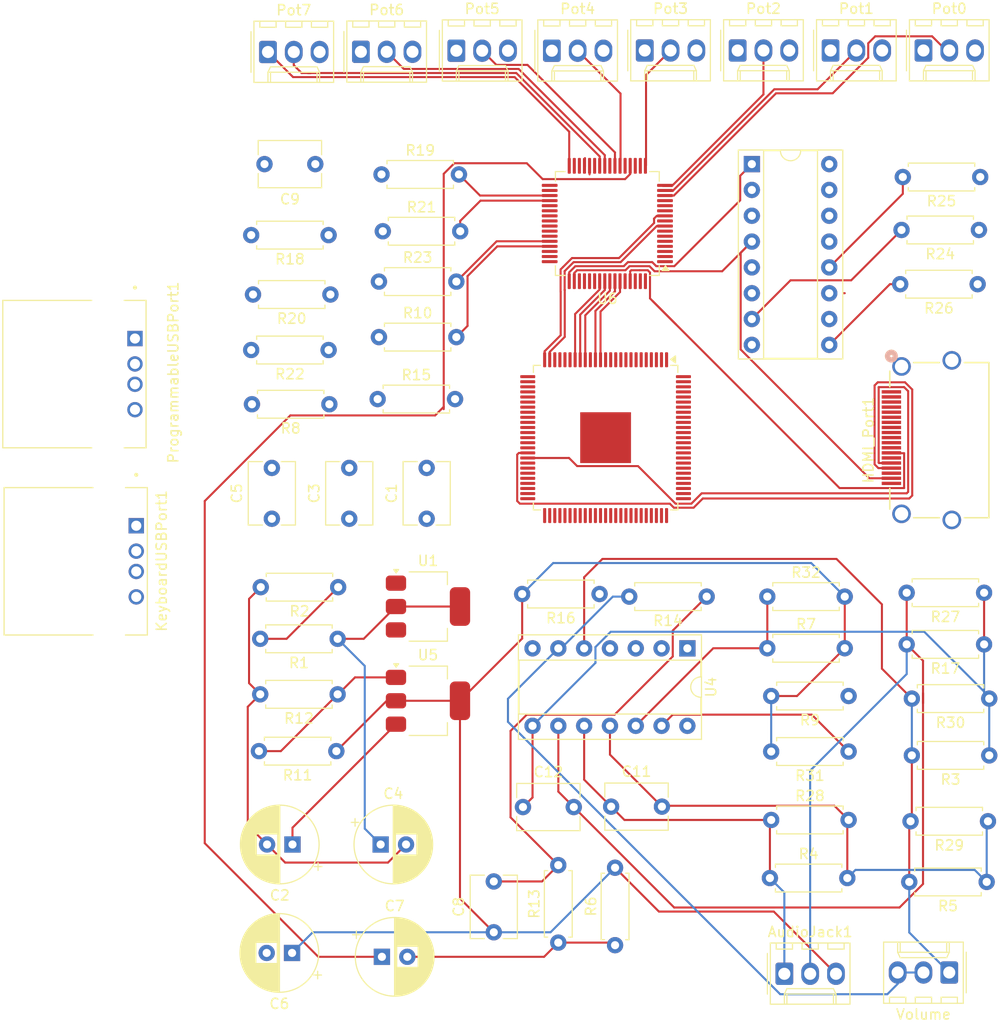
<source format=kicad_pcb>
(kicad_pcb (version 20240108) (generator "pcbnew") (generator_version "8.0")
  (layers (0 "F.Cu" signal) (31 "B.Cu" signal) (34 "B.Paste" user) (35 "F.Paste" user) (36 "B.SilkS" user "B.Silkscreen") (37 "F.SilkS" user "F.Silkscreen") (38 "B.Mask" user) (39 "F.Mask" user) (44 "Edge.Cuts" user))
  (net 0 "")
  (net 1 "+2V5")
  (net 2 "/Audio Out R")
  (net 3 "/Audio Out L")
  (net 4 "GND")
  (net 5 "+5V")
  (net 6 "Net-(U1-GND)")
  (net 7 "+3V3")
  (net 8 "Net-(U5-GND)")
  (net 9 "/DAC Out")
  (net 10 "Net-(C7-Pad2)")
  (net 11 "Net-(C8-Pad2)")
  (net 12 "Net-(U6-VCAP_1)")
  (net 13 "Net-(U4-IN4-)")
  (net 14 "Net-(U4-3IN-)")
  (net 15 "/PB8")
  (net 16 "/DSCL")
  (net 19 "/HDMI_PWR")
  (net 24 "/DSDA")
  (net 25 "/EmotiveKnobValue0")
  (net 26 "/EmotiveKnobValue1")
  (net 27 "/EmotiveKnobValue2")
  (net 28 "/EmotiveKnobValue3")
  (net 29 "/EmotiveKnobValue4")
  (net 30 "/EmotiveKnobValue5")
  (net 31 "/EmotiveKnobValue6")
  (net 32 "/EmotiveKnobValue7")
  (net 33 "/AmplifiedSignal")
  (net 34 "Net-(Pot8-Pin_2)")
  (net 35 "Net-(U4-4IN+)")
  (net 36 "Net-(KeyboardUSBPort1-D+)")
  (net 37 "/USB_OTG_FS_DM")
  (net 38 "Net-(U4-3IN+)")
  (net 39 "Net-(U6-BOOT0)")
  (net 40 "Net-(U4-1IN+)")
  (net 41 "/USB_OTG_HS_DP")
  (net 42 "Net-(ProgrammableUSBPort1-D-)")
  (net 43 "Net-(ProgrammableUSBPort1-D+)")
  (net 44 "/USB_OTG_HS_DM")
  (net 45 "Net-(KeyboardUSBPort1-D-)")
  (net 46 "/USB_OTG_FS_DP")
  (net 47 "Net-(U3-Zb)")
  (net 48 "Net-(U3-Zc)")
  (net 49 "Net-(U3-Zd)")
  (net 50 "/HDMI_PWR_SELECT")
  (net 56 "/PB3")
  (net 57 "/PB5")
  (net 58 "/PC0")
  (net 62 "/PB2")
  (net 63 "/PC1")
  (net 64 "/PB10")
  (net 67 "/PB4")
  (net 68 "/PC2")
  (net 69 "/PB11")
  (net 73 "/PB7")
  (net 76 "/PB6")
  (net 80 "/PB9")
  (net 82 "/PC13")
  (net 85 "Net-(U6-PH0)")
  (net 100 "+3.3V")
  (net 145 "/CEC_A")
  (footprint "Connector_Molex:Molex_KK-254_AE-6410-03A_1x03_P2.54mm_Vertical" (layer "F.Cu") (at 97.917 48.28)
    (property "Reference" "Pot7")
    (property "Value" "EmotiveKnob")
  )
  (footprint "Capacitor_THT:C_Disc_D6.0mm_W4.4mm_P5.00mm" (layer "F.Cu") (at 102.576 59.309 180)
    (property "Reference" "C9")
    (property "Value" "2.2uF")
  )
  (footprint "Resistor_THT:R_Axial_DIN0207_L6.3mm_D2.5mm_P7.62mm_Horizontal" (layer "F.Cu") (at 103.886 66.294 180)
    (property "Reference" "R18")
    (property "Value" "4k7")
  )
  (footprint "Resistor_THT:R_Axial_DIN0207_L6.3mm_D2.5mm_P7.62mm_Horizontal" (layer "F.Cu") (at 132.08 136.144 90)
    (property "Reference" "R6")
    (property "Value" "820")
  )
  (footprint "Resistor_THT:R_Axial_DIN0207_L6.3mm_D2.5mm_P7.62mm_Horizontal" (layer "F.Cu") (at 130.556 101.6 180)
    (property "Reference" "R16")
    (property "Value" "75k")
  )
  (footprint "Capacitor_THT:CP_Radial_D7.5mm_P2.50mm" (layer "F.Cu") (at 109.133 137.287)
    (property "Reference" "C7")
    (property "Value" "10uF")
  )
  (footprint "Resistor_THT:R_Axial_DIN0207_L6.3mm_D2.5mm_P7.62mm_Horizontal" (layer "F.Cu") (at 147.066 101.854)
    (property "Reference" "R32")
    (property "Value" "220")
  )
  (footprint "Package_QFP:LQFP-64_10x10mm_P0.5mm" (layer "F.Cu") (at 131.318 65.151 180)
    (property "Reference" "U6")
    (property "Value" "STM32F722RCTx")
  )
  (footprint "Package_QFP:TQFP-100-1EP_14x14mm_P0.5mm_EP5x5mm" (layer "F.Cu") (at 131.1485 86.217 -90)
    (property "Reference" "U2" (hide yes))
    (property "Value" "SII1136CTU")
  )
  (footprint "Resistor_THT:R_Axial_DIN0207_L6.3mm_D2.5mm_P7.62mm_Horizontal" (layer "F.Cu") (at 108.712 82.423)
    (property "Reference" "R15")
    (property "Value" "10k")
  )
  (footprint "Capacitor_THT:CP_Radial_D7.5mm_P2.50mm" (layer "F.Cu") (at 100.29 136.906 180)
    (property "Reference" "C6")
    (property "Value" "10uF")
  )
  (footprint "Connector_Molex:Molex_KK-254_AE-6410-03A_1x03_P2.54mm_Vertical" (layer "F.Cu") (at 116.459 48.153)
    (property "Reference" "Pot5")
    (property "Value" "EmotiveKnob")
  )
  (footprint "Capacitor_THT:CP_Radial_D7.5mm_P2.50mm" (layer "F.Cu") (at 109.006 126.238)
    (property "Reference" "C4")
    (property "Value" "10uF")
  )
  (footprint "Resistor_THT:R_Axial_DIN0207_L6.3mm_D2.5mm_P7.62mm_Horizontal" (layer "F.Cu") (at 109.22 65.913)
    (property "Reference" "R21")
    (property "Value" "10k")
  )
  (footprint "Resistor_THT:R_Axial_DIN0207_L6.3mm_D2.5mm_P7.62mm_Horizontal" (layer "F.Cu") (at 167.767 71.12 180)
    (property "Reference" "R26")
    (property "Value" "1M")
  )
  (footprint "Connector_Molex:Molex_KK-254_AE-6410-03A_1x03_P2.54mm_Vertical" (layer "F.Cu") (at 148.7424 138.958)
    (property "Reference" "AudioJack1")
    (property "Value" "Conn_01x03_Pin")
  )
  (footprint "Resistor_THT:R_Axial_DIN0207_L6.3mm_D2.5mm_P7.62mm_Horizontal" (layer "F.Cu") (at 109.093 60.325)
    (property "Reference" "R19")
    (property "Value" "10k")
  )
  (footprint "Resistor_THT:R_Axial_DIN0207_L6.3mm_D2.5mm_P7.62mm_Horizontal" (layer "F.Cu") (at 155.067 117.094 180)
    (property "Reference" "R31")
    (property "Value" "220")
  )
  (footprint "Connector_Molex:Molex_KK-254_AE-6410-03A_1x03_P2.54mm_Vertical" (layer "F.Cu") (at 125.857 48.153)
    (property "Reference" "Pot4")
    (property "Value" "EmotiveKnob")
  )
  (footprint "Capacitor_THT:C_Disc_D6.0mm_W4.4mm_P5.00mm" (layer "F.Cu") (at 120.142 134.874 90)
    (property "Reference" "C8")
    (property "Value" "0.01u")
  )
  (footprint "Resistor_THT:R_Axial_DIN0207_L6.3mm_D2.5mm_P7.62mm_Horizontal" (layer "F.Cu") (at 168.91 117.475 180)
    (property "Reference" "R3")
    (property "Value" "220")
  )
  (footprint "Capacitor_THT:CP_Radial_D7.5mm_P2.50mm" (layer "F.Cu") (at 100.33 126.238 180)
    (property "Reference" "C2")
    (property "Value" "10uF")
  )
  (footprint "Resistor_THT:R_Axial_DIN0207_L6.3mm_D2.5mm_P7.62mm_Horizontal" (layer "F.Cu") (at 147.32 129.54)
    (property "Reference" "R4")
    (property "Value" "220")
  )
  (footprint "Capacitor_THT:C_Disc_D6.0mm_W4.4mm_P5.00mm" (layer "F.Cu") (at 98.298 94.194 90)
    (property "Reference" "C5")
    (property "Value" "0.1uF")
  )
  (footprint "USB_A1HSW6:OST_USB-A1HSW6" (layer "F.Cu") (at 82.244 98.3815 -90)
    (property "Reference" "KeyboardUSBPort1")
    (property "Value" "USB-A1HSW6")
  )
  (footprint "Resistor_THT:R_Axial_DIN0207_L6.3mm_D2.5mm_P7.62mm_Horizontal" (layer "F.Cu") (at 104.775 106.005 180)
    (property "Reference" "R1")
    (property "Value" "2k")
  )
  (footprint "Resistor_THT:R_Axial_DIN0207_L6.3mm_D2.5mm_P7.62mm_Horizontal" (layer "F.Cu") (at 167.894 65.786 180)
    (property "Reference" "R24")
    (property "Value" "1M")
  )
  (footprint "Package_DIP:DIP-16_W7.62mm_Socket" (layer "F.Cu") (at 145.542 59.309)
    (property "Reference" "74LS257" (hide yes))
    (property "Value" "74LS257")
  )
  (footprint "Resistor_THT:R_Axial_DIN0207_L6.3mm_D2.5mm_P7.62mm_Horizontal" (layer "F.Cu") (at 108.839 76.327)
    (property "Reference" "R10")
    (property "Value" "10k")
  )
  (footprint "Capacitor_THT:C_Disc_D6.0mm_W4.4mm_P5.00mm" (layer "F.Cu") (at 105.918 94.194 90)
    (property "Reference" "C3")
    (property "Value" "0.1uF")
  )
  (footprint "Resistor_THT:R_Axial_DIN0207_L6.3mm_D2.5mm_P7.62mm_Horizontal" (layer "F.Cu") (at 168.91 111.887 180)
    (property "Reference" "R30")
    (property "Value" "220")
  )
  (footprint "Resistor_THT:R_Axial_DIN0207_L6.3mm_D2.5mm_P7.62mm_Horizontal" (layer "F.Cu") (at 168.021 60.579 180)
    (property "Reference" "R25")
    (property "Value" "1M")
  )
  (footprint "Capacitor_THT:C_Disc_D6.0mm_W4.4mm_P5.00mm" (layer "F.Cu") (at 113.538 94.194 90)
    (property "Reference" "C1")
    (property "Value" "0.1uF")
  )
  (footprint "Resistor_THT:R_Axial_DIN0207_L6.3mm_D2.5mm_P7.62mm_Horizontal" (layer "F.Cu") (at 141.097 101.854 180)
    (property "Reference" "R14")
    (property "Value" "75k")
  )
  (footprint "Connector_Molex:Molex_KK-254_AE-6410-03A_1x03_P2.54mm_Vertical" (layer "F.Cu") (at 164.973 138.831 180)
    (property "Reference" "Volume")
    (property "Value" "Volume (100k)")
  )
  (footprint "Connector_Molex:Molex_KK-254_AE-6410-03A_1x03_P2.54mm_Vertical" (layer "F.Cu") (at 144.145 48.133)
    (property "Reference" "Pot2")
    (property "Value" "EmotiveKnob")
  )
  (footprint "Connector_Molex:Molex_KK-254_AE-6410-03A_1x03_P2.54mm_Vertical" (layer "F.Cu") (at 135.001 48.133)
    (property "Reference" "Pot3")
    (property "Value" "EmotiveKnob")
  )
  (footprint "Resistor_THT:R_Axial_DIN0207_L6.3mm_D2.5mm_P7.62mm_Horizontal" (layer "F.Cu") (at 126.492 135.89 90)
    (property "Reference" "R13")
    (property "Value" "750")
  )
  (footprint "USB_A1HSW6:OST_USB-A1HSW6" (layer "F.Cu") (at 82.117 79.9665 -90)
    (property "Reference" "ProgrammableUSBPort1")
    (property "Value" "USB-A1HSW6")
  )
  (footprint "Resistor_THT:R_Axial_DIN0207_L6.3mm_D2.5mm_P7.62mm_Horizontal" (layer "F.Cu") (at 168.402 106.553 180)
    (property "Reference" "R17")
    (property "Value" "220")
  )
  (footprint "Connector_Molex:Molex_KK-254_AE-6410-03A_1x03_P2.54mm_Vertical" (layer "F.Cu") (at 153.289 48.133)
    (property "Reference" "Pot1")
    (property "Value" "EmotiveKnob")
  )
  (footprint "Resistor_THT:R_Axial_DIN0207_L6.3mm_D2.5mm_P7.62mm_Horizontal" (layer "F.Cu") (at 168.402 101.473 180)
    (property "Reference" "R27")
    (property "Value" "220")
  )
  (footprint "10029449_111RLF:CONN_10029449111_AMP" (layer "F.Cu") (at 163.996799 86.463 90)
    (property "Reference" "HDMI_Port1")
    (property "Value" "10029449-111RLF")
  )
  (footprint "Capacitor_THT:C_Disc_D6.0mm_W4.4mm_P5.00mm" (layer "F.Cu") (at 123.016 122.555)
    (property "Reference" "C12")
    (property "Value" "400pF")
  )
  (footprint "Connector_Molex:Molex_KK-254_AE-6410-03A_1x03_P2.54mm_Vertical" (layer "F.Cu") (at 162.433 48.133)
    (property "Reference" "Pot0")
    (property "Value" "EmotiveKnob")
  )
  (footprint "Resistor_THT:R_Axial_DIN0207_L6.3mm_D2.5mm_P7.62mm_Horizontal" (layer "F.Cu") (at 103.961 82.931 180)
    (property "Reference" "R8")
    (property "Value" "4k7")
  )
  (footprint "Resistor_THT:R_Axial_DIN0207_L6.3mm_D2.5mm_P7.62mm_Horizontal" (layer "F.Cu") (at 104.827 100.925 180)
    (property "Reference" "R2")
    (property "Value" "3.3k")
  )
  (footprint "Resistor_THT:R_Axial_DIN0207_L6.3mm_D2.5mm_P7.62mm_Horizontal" (layer "F.Cu") (at 168.783 123.952 180)
    (property "Reference" "R29")
    (property "Value" "220")
  )
  (footprint "Package_DIP:DIP-14_W7.62mm_Socket" (layer "F.Cu") (at 139.197 106.944 -90)
    (property "Reference" "U4")
    (property "Value" "LM3900DR")
  )
  (footprint "Resistor_THT:R_Axial_DIN0207_L6.3mm_D2.5mm_P7.62mm_Horizontal" (layer "F.Cu") (at 108.839 70.866)
    (property "Reference" "R23")
    (property "Value" "10k")
  )
  (footprint "Resistor_THT:R_Axial_DIN0207_L6.3mm_D2.5mm_P7.62mm_Horizontal" (layer "F.Cu") (at 147.066 106.934)
    (property "Reference" "R7")
    (property "Value" "220")
  )
  (footprint "Resistor_THT:R_Axial_DIN0207_L6.3mm_D2.5mm_P7.62mm_Horizontal" (layer "F.Cu") (at 103.886 77.597 180)
    (property "Reference" "R22")
    (property "Value" "4k7")
  )
  (footprint "Connector_Molex:Molex_KK-254_AE-6410-03A_1x03_P2.54mm_Vertical" (layer "F.Cu") (at 107.061 48.26)
    (property "Reference" "Pot6")
    (property "Value" "EmotiveKnob")
  )
  (footprint "Capacitor_THT:C_Disc_D6.0mm_W4.4mm_P5.00mm" (layer "F.Cu") (at 131.692 122.515)
    (property "Reference" "C11")
    (property "Value" "400pF")
  )
  (footprint "Resistor_THT:R_Axial_DIN0207_L6.3mm_D2.5mm_P7.62mm_Horizontal" (layer "F.Cu") (at 104.775 111.466 180)
    (property "Reference" "R12")
    (property "Value" "2k")
  )
  (footprint "Package_TO_SOT_SMD:SOT-223-3_TabPin2" (layer "F.Cu") (at 113.665 102.83)
    (property "Reference" "U1")
    (property "Value" "LM1117MP-3.3")
  )
  (footprint "Resistor_THT:R_Axial_DIN0207_L6.3mm_D2.5mm_P7.62mm_Horizontal" (layer "F.Cu") (at 104.065 72.136 180)
    (property "Reference" "R20")
    (property "Value" "4k7")
  )
  (footprint "Resistor_THT:R_Axial_DIN0207_L6.3mm_D2.5mm_P7.62mm_Horizontal" (layer "F.Cu") (at 147.447 123.825)
    (property "Reference" "R28")
    (property "Value" "220")
  )
  (footprint "Resistor_THT:R_Axial_DIN0207_L6.3mm_D2.5mm_P7.62mm_Horizontal" (layer "F.Cu") (at 155.067 111.633 180)
    (property "Reference" "R9")
    (property "Value" "220")
  )
  (footprint "Resistor_THT:R_Axial_DIN0207_L6.3mm_D2.5mm_P7.62mm_Horizontal" (layer "F.Cu") (at 168.656 129.921 180)
    (property "Reference" "R5")
    (property "Value" "220")
  )
  (footprint "Package_TO_SOT_SMD:SOT-223-3_TabPin2" (layer "F.Cu") (at 113.665 112.101)
    (property "Reference" "U5")
    (property "Value" "LM1117MP-3.3")
  )
  (footprint "Resistor_THT:R_Axial_DIN0207_L6.3mm_D2.5mm_P7.62mm_Horizontal" (layer "F.Cu") (at 104.648 117.054 180)
    (property "Reference" "R11")
    (property "Value" "1k")
  )
  (segment (start 154.686 72.009) (end 154.559 72.009) (width 0.2) (layer "F.Cu") (net 0))
  (segment (start 117.054 112.101) (end 117.475 112.522) (width 0.2) (layer "F.Cu") (net 1))
  (segment (start 116.815 112.101) (end 117.054 112.101) (width 0.2) (layer "F.Cu") (net 1))
  (segment (start 116.815 131.547) (end 120.142 134.874) (width 0.2) (layer "F.Cu") (net 1))
  (segment (start 110.515 112.101) (end 116.815 112.101) (width 0.2) (layer "F.Cu") (net 1))
  (segment (start 116.815 112.101) (end 116.815 131.547) (width 0.2) (layer "F.Cu") (net 1))
  (segment (start 122.936 101.6) (end 122.936 105.98) (width 0.2) (layer "F.Cu") (net 1))
  (segment (start 149.987 111.633) (end 154.686 106.934) (width 0.2) (layer "F.Cu") (net 1))
  (segment (start 147.7 132.8356) (end 136.3916 132.8356) (width 0.2) (layer "F.Cu") (net 1))
  (segment (start 153.8224 138.958) (end 147.7 132.8356) (width 0.2) (layer "F.Cu") (net 1))
  (segment (start 122.936 105.98) (end 116.815 112.101) (width 0.2) (layer "F.Cu") (net 1))
  (segment (start 154.686 101.854) (end 154.686 106.934) (width 0.2) (layer "F.Cu") (net 1))
  (segment (start 104.648 117.054) (end 109.601 112.101) (width 0.2) (layer "F.Cu") (net 1))
  (segment (start 109.601 112.101) (end 110.515 112.101) (width 0.2) (layer "F.Cu") (net 1))
  (segment (start 136.3916 132.8356) (end 132.08 128.524) (width 0.2) (layer "F.Cu") (net 1))
  (segment (start 147.447 111.633) (end 149.987 111.633) (width 0.2) (layer "F.Cu") (net 1))
  (segment (start 147.447 111.633) (end 147.447 117.094) (width 0.2) (layer "B.Cu") (net 1))
  (segment (start 125.984 98.552) (end 151.384 98.552) (width 0.2) (layer "B.Cu") (net 1))
  (segment (start 120.142 134.874) (end 102.322 134.874) (width 0.2) (layer "B.Cu") (net 1))
  (segment (start 125.73 134.874) (end 132.08 128.524) (width 0.2) (layer "B.Cu") (net 1))
  (segment (start 102.322 134.874) (end 100.29 136.906) (width 0.2) (layer "B.Cu") (net 1))
  (segment (start 122.936 101.6) (end 125.984 98.552) (width 0.2) (layer "B.Cu") (net 1))
  (segment (start 120.142 134.874) (end 125.73 134.874) (width 0.2) (layer "B.Cu") (net 1))
  (segment (start 151.384 98.552) (end 154.686 101.854) (width 0.2) (layer "B.Cu") (net 1))
  (segment (start 147.447 117.475) (end 147.447 117.094) (width 0.2) (layer "B.Cu") (net 1))
  (segment (start 162.39 111.3536) (end 162.39 130.122635) (width 0.2) (layer "F.Cu") (net 2))
  (segment (start 160.077035 132.4356) (end 137.8966 132.4356) (width 0.2) (layer "F.Cu") (net 2))
  (segment (start 160.782 106.553) (end 162.39 108.161) (width 0.2) (layer "F.Cu") (net 2))
  (segment (start 126.497 114.564) (end 126.497 121.036) (width 0.2) (layer "F.Cu") (net 2))
  (segment (start 137.8966 132.4356) (end 128.016 122.555) (width 0.2) (layer "F.Cu") (net 2))
  (segment (start 160.782 101.473) (end 160.782 106.553) (width 0.2) (layer "F.Cu") (net 2))
  (segment (start 126.497 121.036) (end 128.016 122.555) (width 0.2) (layer "F.Cu") (net 2))
  (segment (start 162.39 108.161) (end 162.39 112.342635) (width 0.2) (layer "F.Cu") (net 2))
  (segment (start 162.39 130.122635) (end 160.077035 132.4356) (width 0.2) (layer "F.Cu") (net 2))
  (segment (start 151.2824 138.958) (end 151.2824 118.9736) (width 0.2) (layer "B.Cu") (net 2))
  (segment (start 151.2824 118.9736) (end 160.782 109.474) (width 0.2) (layer "B.Cu") (net 2))
  (segment (start 160.782 109.474) (end 160.782 106.553) (width 0.2) (layer "B.Cu") (net 2))
  (segment (start 129.037 119.86) (end 131.692 122.515) (width 0.2) (layer "F.Cu") (net 3))
  (segment (start 133.002 123.825) (end 131.692 122.515) (width 0.2) (layer "F.Cu") (net 3))
  (segment (start 129.037 114.564) (end 129.037 119.86) (width 0.2) (layer "F.Cu") (net 3))
  (segment (start 147.447 123.825) (end 133.002 123.825) (width 0.2) (layer "F.Cu") (net 3))
  (segment (start 147.32 123.952) (end 147.447 123.825) (width 0.2) (layer "F.Cu") (net 3))
  (segment (start 147.32 129.54) (end 147.32 123.952) (width 0.2) (layer "F.Cu") (net 3))
  (segment (start 148.7424 138.958) (end 148.7424 130.9624) (width 0.2) (layer "B.Cu") (net 3))
  (segment (start 148.7424 130.9624) (end 147.32 129.54) (width 0.2) (layer "B.Cu") (net 3))
  (segment (start 147.447 129.413) (end 147.32 129.54) (width 0.2) (layer "B.Cu") (net 3))
  (segment (start 96.055 110.366) (end 97.155 111.466) (width 0.2) (layer "F.Cu") (net 4))
  (segment (start 95.928 124.336) (end 95.928 112.693) (width 0.2) (layer "F.Cu") (net 4))
  (segment (start 96.055 102.077) (end 96.055 110.366) (width 0.2) (layer "F.Cu") (net 4))
  (segment (start 109.728 128.016) (end 111.506 126.238) (width 0.2) (layer "F.Cu") (net 4))
  (segment (start 97.83 126.238) (end 95.928 124.336) (width 0.2) (layer "F.Cu") (net 4))
  (segment (start 95.928 112.693) (end 97.155 111.466) (width 0.2) (layer "F.Cu") (net 4))
  (segment (start 99.608 128.016) (end 109.728 128.016) (width 0.2) (layer "F.Cu") (net 4))
  (segment (start 97.207 100.925) (end 96.055 102.077) (width 0.2) (layer "F.Cu") (net 4))
  (segment (start 97.83 126.238) (end 99.608 128.016) (width 0.2) (layer "F.Cu") (net 4))
  (segment (start 100.33 124.586) (end 110.515 114.401) (width 0.2) (layer "F.Cu") (net 5))
  (segment (start 100.33 126.238) (end 100.33 124.586) (width 0.2) (layer "F.Cu") (net 5))
  (segment (start 97.155 106.005) (end 99.747 106.005) (width 0.2) (layer "F.Cu") (net 6))
  (segment (start 99.747 106.005) (end 104.827 100.925) (width 0.2) (layer "F.Cu") (net 6))
  (segment (start 122.191314 50.748) (end 100.385 50.748) (width 0.2) (layer "F.Cu") (net 7))
  (segment (start 107.34 106.005) (end 110.515 102.83) (width 0.2) (layer "F.Cu") (net 7))
  (segment (start 127.568 56.124686) (end 122.191314 50.748) (width 0.2) (layer "F.Cu") (net 7))
  (segment (start 116.815 102.83) (end 110.515 102.83) (width 0.2) (layer "F.Cu") (net 7))
  (segment (start 104.775 106.005) (end 107.34 106.005) (width 0.2) (layer "F.Cu") (net 7))
  (segment (start 127.568 59.476) (end 127.568 56.124686) (width 0.2) (layer "F.Cu") (net 7))
  (segment (start 100.385 50.748) (end 97.917 48.28) (width 0.2) (layer "F.Cu") (net 7))
  (segment (start 107.442 108.672) (end 107.442 124.674) (width 0.2) (layer "B.Cu") (net 7))
  (segment (start 107.442 124.674) (end 109.006 126.238) (width 0.2) (layer "B.Cu") (net 7))
  (segment (start 104.775 106.005) (end 107.442 108.672) (width 0.2) (layer "B.Cu") (net 7))
  (segment (start 97.028 117.054) (end 99.187 117.054) (width 0.2) (layer "F.Cu") (net 8))
  (segment (start 104.775 111.466) (end 104.775 111.506) (width 0.2) (layer "F.Cu") (net 8))
  (segment (start 104.775 111.506) (end 106.48 109.801) (width 0.2) (layer "F.Cu") (net 8))
  (segment (start 99.187 117.054) (end 104.775 111.466) (width 0.2) (layer "F.Cu") (net 8))
  (segment (start 106.48 109.801) (end 110.515 109.801) (width 0.2) (layer "F.Cu") (net 8))
  (segment (start 91.694 92.456) (end 91.694 126.11) (width 0.2) (layer "F.Cu") (net 9))
  (segment (start 133.568 59.476) (end 133.568 60.28341) (width 0.2) (layer "F.Cu") (net 9))
  (segment (start 116.257365 59.225) (end 115.2144 60.267965) (width 0.2) (layer "F.Cu") (net 9))
  (segment (start 114.3684 84.031) (end 100.119 84.031) (width 0.2) (layer "F.Cu") (net 9))
  (segment (start 115.2144 83.185) (end 115.2144 83.4136) (width 0.2) (layer "F.Cu") (net 9))
  (segment (start 91.694 126.11) (end 102.871 137.287) (width 0.2) (layer "F.Cu") (net 9))
  (segment (start 123.39477 59.225) (end 116.257365 59.225) (width 0.2) (layer "F.Cu") (net 9))
  (segment (start 124.95318 60.78341) (end 123.39477 59.225) (width 0.2) (layer "F.Cu") (net 9))
  (segment (start 115.2144 60.267965) (end 115.2144 83.185) (width 0.2) (layer "F.Cu") (net 9))
  (segment (start 133.568 60.28341) (end 133.068 60.78341) (width 0.2) (layer "F.Cu") (net 9))
  (segment (start 100.119 84.031) (end 91.694 92.456) (width 0.2) (layer "F.Cu") (net 9))
  (segment (start 133.068 60.78341) (end 124.95318 60.78341) (width 0.2) (layer "F.Cu") (net 9))
  (segment (start 115.2144 83.185) (end 114.3684 84.031) (width 0.2) (layer "F.Cu") (net 9))
  (segment (start 102.871 137.287) (end 109.133 137.287) (width 0.2) (layer "F.Cu") (net 9))
  (segment (start 126.492 135.89) (end 131.826 135.89) (width 0.2) (layer "F.Cu") (net 10))
  (segment (start 111.633 137.287) (end 125.095 137.287) (width 0.2) (layer "F.Cu") (net 10))
  (segment (start 131.826 135.89) (end 132.08 136.144) (width 0.2) (layer "F.Cu") (net 10))
  (segment (start 125.095 137.287) (end 126.492 135.89) (width 0.2) (layer "F.Cu") (net 10))
  (segment (start 141.097 101.854) (end 137.757 105.194) (width 0.2) (layer "F.Cu") (net 11))
  (segment (start 120.142 129.874) (end 124.888 129.874) (width 0.2) (layer "F.Cu") (net 11))
  (segment (start 121.793 115.062) (end 121.793 123.571) (width 0.2) (layer "F.Cu") (net 11))
  (segment (start 137.757 105.194) (end 137.757 107.739635) (width 0.2) (layer "F.Cu") (net 11))
  (segment (start 137.757 107.739635) (end 132.032635 113.464) (width 0.2) (layer "F.Cu") (net 11))
  (segment (start 124.888 129.874) (end 126.492 128.27) (width 0.2) (layer "F.Cu") (net 11))
  (segment (start 121.793 123.571) (end 126.492 128.27) (width 0.2) (layer "F.Cu") (net 11))
  (segment (start 123.391 113.464) (end 121.793 115.062) (width 0.2) (layer "F.Cu") (net 11))
  (segment (start 132.032635 113.464) (end 123.391 113.464) (width 0.2) (layer "F.Cu") (net 11))
  (segment (start 153.67 122.428) (end 155.067 123.825) (width 0.2) (layer "F.Cu") (net 13))
  (segment (start 136.692 122.515) (end 136.7174 122.515) (width 0.2) (layer "F.Cu") (net 13))
  (segment (start 136.7174 122.515) (end 136.8044 122.428) (width 0.2) (layer "F.Cu") (net 13))
  (segment (start 154.94 129.54) (end 154.94 123.952) (width 0.2) (layer "F.Cu") (net 13))
  (segment (start 136.8044 122.428) (end 153.67 122.428) (width 0.2) (layer "F.Cu") (net 13))
  (segment (start 131.577 117.4) (end 136.692 122.515) (width 0.2) (layer "F.Cu") (net 13))
  (segment (start 154.94 123.952) (end 155.067 123.825) (width 0.2) (layer "F.Cu") (net 13))
  (segment (start 131.577 114.564) (end 131.577 117.4) (width 0.2) (layer "F.Cu") (net 13))
  (segment (start 154.94 129.54) (end 155.739999 128.740001) (width 0.2) (layer "B.Cu") (net 13))
  (segment (start 167.475001 128.740001) (end 168.656 129.921) (width 0.2) (layer "B.Cu") (net 13))
  (segment (start 155.739999 128.740001) (end 167.475001 128.740001) (width 0.2) (layer "B.Cu") (net 13))
  (segment (start 155.067 129.413) (end 154.94 129.54) (width 0.2) (layer "B.Cu") (net 13))
  (segment (start 168.656 124.079) (end 168.783 123.952) (width 0.2) (layer "B.Cu") (net 13))
  (segment (start 168.656 129.921) (end 168.656 124.079) (width 0.2) (layer "B.Cu") (net 13))
  (segment (start 123.957 114.564) (end 123.957 121.614) (width 0.2) (layer "F.Cu") (net 14))
  (segment (start 123.957 121.614) (end 123.016 122.555) (width 0.2) (layer "F.Cu") (net 14))
  (segment (start 168.402 101.473) (end 168.402 106.553) (width 0.2) (layer "F.Cu") (net 14))
  (segment (start 162.5092 105.3084) (end 131.656965 105.3084) (width 0.2) (layer "B.Cu") (net 14))
  (segment (start 168.91 111.887) (end 168.91 117.475) (width 0.2) (layer "B.Cu") (net 14))
  (segment (start 131.656965 105.3084) (end 130.1496 106.815765) (width 0.2) (layer "B.Cu") (net 14))
  (segment (start 169.0624 111.8616) (end 162.5092 105.3084) (width 0.2) (layer "B.Cu") (net 14))
  (segment (start 169.037 111.887) (end 169.0624 111.8616) (width 0.2) (layer "B.Cu") (net 14))
  (segment (start 130.1496 106.815765) (end 130.1496 108.3714) (width 0.2) (layer "B.Cu") (net 14))
  (segment (start 168.402 111.379) (end 168.91 111.887) (width 0.2) (layer "B.Cu") (net 14))
  (segment (start 168.402 106.553) (end 168.402 111.379) (width 0.2) (layer "B.Cu") (net 14))
  (segment (start 130.1496 108.3714) (end 123.957 114.564) (width 0.2) (layer "B.Cu") (net 14))
  (segment (start 168.91 111.887) (end 169.037 111.887) (width 0.2) (layer "B.Cu") (net 14))
  (segment (start 135.518 72.517724) (end 135.518 69.96859) (width 0.2) (layer "F.Cu") (net 15))
  (segment (start 138.068 75.067724) (end 135.518 72.517724) (width 0.2) (layer "F.Cu") (net 15))
  (segment (start 160.529499 87.747899) (end 160.529499 91.178099) (width 0.2) (layer "F.Cu") (net 15))
  (segment (start 134.493 69.751) (end 133.669905 69.751) (width 0.2) (layer "F.Cu") (net 15))
  (segment (start 160.529499 91.178099) (end 154.178375 91.178099) (width 0.2) (layer "F.Cu") (net 15))
  (segment (start 159.276999 87.713) (end 159.276999 87.747899) (width 0.2) (layer "F.Cu") (net 15))
  (segment (start 154.178375 91.178099) (end 135.767138 72.766862) (width 0.2) (layer "F.Cu") (net 15))
  (segment (start 133.568 69.852905) (end 133.568 70.826) (width 0.2) (layer "F.Cu") (net 15))
  (segment (start 133.669905 69.751) (end 133.568 69.852905) (width 0.2) (layer "F.Cu") (net 15))
  (segment (start 159.3088 87.747899) (end 160.529499 87.747899) (width 0.2) (layer "F.Cu") (net 15))
  (segment (start 135.30041 69.751) (end 134.493 69.751) (width 0.2) (layer "F.Cu") (net 15))
  (segment (start 159.276999 87.747899) (end 159.3088 87.747899) (width 0.2) (layer "F.Cu") (net 15))
  (segment (start 135.518 69.96859) (end 135.30041 69.751) (width 0.2) (layer "F.Cu") (net 15))
  (segment (start 134.34109 89.017) (end 128.3485 89.017) (width 0.2) (layer "F.Cu") (net 16))
  (segment (start 160.782 91.694) (end 140.60391 91.694) (width 0.2) (layer "F.Cu") (net 16))
  (segment (start 160.929499 81.647899) (end 160.929499 91.546501) (width 0.2) (layer "F.Cu") (net 16))
  (segment (start 138.03409 92.71) (end 134.34109 89.017) (width 0.2) (layer "F.Cu") (net 16))
  (segment (start 159.276999 88.713001) (end 158.059401 88.713001) (width 0.2) (layer "F.Cu") (net 16))
  (segment (start 140.60391 91.694) (end 139.58791 92.71) (width 0.2) (layer "F.Cu") (net 16))
  (segment (start 127.5485 88.217) (end 123.486 88.217) (width 0.2) (layer "F.Cu") (net 16))
  (segment (start 158.024499 88.678099) (end 158.024499 81.247899) (width 0.2) (layer "F.Cu") (net 16))
  (segment (start 160.529499 81.247899) (end 160.929499 81.647899) (width 0.2) (layer "F.Cu") (net 16))
  (segment (start 139.58791 92.71) (end 138.03409 92.71) (width 0.2) (layer "F.Cu") (net 16))
  (segment (start 158.024499 81.247899) (end 160.529499 81.247899) (width 0.2) (layer "F.Cu") (net 16))
  (segment (start 160.929499 91.546501) (end 160.782 91.694) (width 0.2) (layer "F.Cu") (net 16))
  (segment (start 158.059401 88.713001) (end 158.024499 88.678099) (width 0.2) (layer "F.Cu") (net 16))
  (segment (start 128.3485 89.017) (end 127.5485 88.217) (width 0.2) (layer "F.Cu") (net 16))
  (segment (start 128.068 70.01859) (end 128.33559 69.751) (width 0.2) (layer "F.Cu") (net 19))
  (segment (start 128.33559 69.751) (end 133.104219 69.751) (width 0.2) (layer "F.Cu") (net 19))
  (segment (start 144.442 68.029) (end 145.542 66.929) (width 0.2) (layer "F.Cu") (net 19))
  (segment (start 135.466096 69.351) (end 135.965096 69.85) (width 0.2) (layer "F.Cu") (net 19))
  (segment (start 133.104219 69.751) (end 133.504219 69.351) (width 0.2) (layer "F.Cu") (net 19))
  (segment (start 142.621 69.85) (end 145.542 66.929) (width 0.2) (layer "F.Cu") (net 19))
  (segment (start 133.504219 69.351) (end 135.466096 69.351) (width 0.2) (layer "F.Cu") (net 19))
  (segment (start 157.110365 90.213) (end 144.442 77.544635) (width 0.2) (layer "F.Cu") (net 19))
  (segment (start 135.965096 69.85) (end 142.621 69.85) (width 0.2) (layer "F.Cu") (net 19))
  (segment (start 128.068 70.826) (end 128.068 70.01859) (width 0.2) (layer "F.Cu") (net 19))
  (segment (start 159.276999 90.213) (end 157.110365 90.213) (width 0.2) (layer "F.Cu") (net 19))
  (segment (start 144.442 77.544635) (end 144.442 68.029) (width 0.2) (layer "F.Cu") (net 19))
  (segment (start 139.808 93.11) (end 137.868404 93.11) (width 0.2) (layer "F.Cu") (net 24))
  (segment (start 161.036 92.202) (end 140.716 92.202) (width 0.2) (layer "F.Cu") (net 24))
  (segment (start 161.329499 81.482213) (end 161.329499 91.908501) (width 0.2) (layer "F.Cu") (net 24))
  (segment (start 137.868404 93.11) (end 137.468404 92.71) (width 0.2) (layer "F.Cu") (net 24))
  (segment (start 157.934713 80.772) (end 160.619286 80.772) (width 0.2) (layer "F.Cu") (net 24))
  (segment (start 159.276999 89.247901) (end 159.258 89.247901) (width 0.2) (layer "F.Cu") (net 24))
  (segment (start 159.276999 89.213) (end 157.993714 89.213) (width 0.2) (layer "F.Cu") (net 24))
  (segment (start 159.276999 89.213) (end 159.276999 89.247901) (width 0.2) (layer "F.Cu") (net 24))
  (segment (start 160.619286 80.772) (end 161.329499 81.482213) (width 0.2) (layer "F.Cu") (net 24))
  (segment (start 157.624499 88.843785) (end 157.624499 81.082214) (width 0.2) (layer "F.Cu") (net 24))
  (segment (start 140.716 92.202) (end 139.808 93.11) (width 0.2) (layer "F.Cu") (net 24))
  (segment (start 157.993714 89.213) (end 157.624499 88.843785) (width 0.2) (layer "F.Cu") (net 24))
  (segment (start 122.61609 87.717) (end 123.486 87.717) (width 0.2) (layer "F.Cu") (net 24))
  (segment (start 122.4485 92.44941) (end 122.4485 87.88459) (width 0.2) (layer "F.Cu") (net 24))
  (segment (start 122.70909 92.71) (end 122.4485 92.44941) (width 0.2) (layer "F.Cu") (net 24))
  (segment (start 122.4485 87.88459) (end 122.61609 87.717) (width 0.2) (layer "F.Cu") (net 24))
  (segment (start 161.329499 91.908501) (end 161.036 92.202) (width 0.2) (layer "F.Cu") (net 24))
  (segment (start 157.624499 81.082214) (end 157.934713 80.772) (width 0.2) (layer "F.Cu") (net 24))
  (segment (start 137.468404 92.71) (end 122.70909 92.71) (width 0.2) (layer "F.Cu") (net 24))
  (segment (start 137.866096 62.401) (end 136.993 62.401) (width 0.2) (layer "F.Cu") (net 25))
  (segment (start 153.49663 52.345) (end 147.922096 52.345) (width 0.2) (layer "F.Cu") (net 25))
  (segment (start 156.999 47.42337) (end 156.999 48.84263) (width 0.2) (layer "F.Cu") (net 25))
  (segment (start 157.68437 46.738) (end 156.999 47.42337) (width 0.2) (layer "F.Cu") (net 25))
  (segment (start 147.922096 52.345) (end 137.866096 62.401) (width 0.2) (layer "F.Cu") (net 25))
  (segment (start 164.973 48.133) (end 164.682744 48.133) (width 0.2) (layer "F.Cu") (net 25))
  (segment (start 164.682744 48.133) (end 163.287744 46.738) (width 0.2) (layer "F.Cu") (net 25))
  (segment (start 156.999 48.84263) (end 153.49663 52.345) (width 0.2) (layer "F.Cu") (net 25))
  (segment (start 163.287744 46.738) (end 157.68437 46.738) (width 0.2) (layer "F.Cu") (net 25))
  (segment (start 147.75641 51.945) (end 137.75041 61.951) (width 0.2) (layer "F.Cu") (net 26))
  (segment (start 155.829 48.133) (end 152.017 51.945) (width 0.2) (layer "F.Cu") (net 26))
  (segment (start 152.017 51.945) (end 147.75641 51.945) (width 0.2) (layer "F.Cu") (net 26))
  (segment (start 137.75041 61.951) (end 137.16 61.951) (width 0.2) (layer "F.Cu") (net 26))
  (segment (start 137.684724 61.451) (end 136.779 61.451) (width 0.2) (layer "F.Cu") (net 27))
  (segment (start 146.685 52.450724) (end 137.684724 61.451) (width 0.2) (layer "F.Cu") (net 27))
  (segment (start 146.685 48.133) (end 146.685 52.450724) (width 0.2) (layer "F.Cu") (net 27))
  (segment (start 135.128 50.546) (end 135.128 59.416) (width 0.2) (layer "F.Cu") (net 28))
  (segment (start 135.128 59.416) (end 135.068 59.476) (width 0.2) (layer "F.Cu") (net 28))
  (segment (start 137.541 48.133) (end 135.128 50.546) (width 0.2) (layer "F.Cu") (net 28))
  (segment (start 128.397 48.153) (end 132.618 52.374) (width 0.2) (layer "F.Cu") (net 29))
  (segment (start 132.618 52.374) (end 132.618 58.958) (width 0.2) (layer "F.Cu") (net 29))
  (segment (start 118.999 48.153) (end 120.394 49.548) (width 0.2) (layer "F.Cu") (net 30))
  (segment (start 123.462 49.548) (end 132.068 58.154) (width 0.2) (layer "F.Cu") (net 30))
  (segment (start 132.068 58.154) (end 132.068 59.476) (width 0.2) (layer "F.Cu") (net 30))
  (segment (start 120.394 49.548) (end 123.462 49.548) (width 0.2) (layer "F.Cu") (net 30))
  (segment (start 131.068 58.424) (end 131.068 59.476) (width 0.2) (layer "F.Cu") (net 31))
  (segment (start 122.592 49.948) (end 131.068 58.424) (width 0.2) (layer "F.Cu") (net 31))
  (segment (start 109.601 48.26) (end 111.289 49.948) (width 0.2) (layer "F.Cu") (net 31))
  (segment (start 111.289 49.948) (end 122.592 49.948) (width 0.2) (layer "F.Cu") (net 31))
  (segment (start 122.357 50.348) (end 130.568 58.559) (width 0.2) (layer "F.Cu") (net 32))
  (segment (start 100.457 48.28) (end 100.457 49.575) (width 0.2) (layer "F.Cu") (net 32))
  (segment (start 101.827 50.348) (end 101.9556 50.348) (width 0.2) (layer "F.Cu") (net 32))
  (segment (start 130.568 58.559) (end 130.568 59.476) (width 0.2) (layer "F.Cu") (net 32))
  (segment (start 102.108 50.348) (end 122.357 50.348) (width 0.2) (layer "F.Cu") (net 32))
  (segment (start 100.457 49.575) (end 101.23 50.348) (width 0.2) (layer "F.Cu") (net 32))
  (segment (start 101.23 50.348) (end 102.108 50.348) (width 0.2) (layer "F.Cu") (net 32))
  (segment (start 101.9556 50.348) (end 102.108 50.348) (width 0.2) (layer "F.Cu") (net 32))
  (segment (start 153.8732 98.1456) (end 130.8354 98.1456) (width 0.2) (layer "F.Cu") (net 33))
  (segment (start 129.037 99.944) (end 129.037 106.944) (width 0.2) (layer "F.Cu") (net 33))
  (segment (start 161.29 117.475) (end 161.29 123.825) (width 0.2) (layer "F.Cu") (net 33))
  (segment (start 161.29 123.825) (end 161.163 123.952) (width 0.2) (layer "F.Cu") (net 33))
  (segment (start 161.036 129.921) (end 161.036 124.079) (width 0.2) (layer "F.Cu") (net 33))
  (segment (start 158.3436 108.9406) (end 158.3436 102.616) (width 0.2) (layer "F.Cu") (net 33))
  (segment (start 161.036 124.079) (end 161.163 123.952) (width 0.2) (layer "F.Cu") (net 33))
  (segment (start 161.29 111.887) (end 158.3436 108.9406) (width 0.2) (layer "F.Cu") (net 33))
  (segment (start 130.8354 98.1456) (end 129.037 99.944) (width 0.2) (layer "F.Cu") (net 33))
  (segment (start 158.3436 102.616) (end 153.8732 98.1456) (width 0.2) (layer "F.Cu") (net 33))
  (segment (start 161.036 129.921) (end 161.036 134.894) (width 0.2) (layer "B.Cu") (net 33))
  (segment (start 161.29 111.887) (end 161.29 117.475) (width 0.2) (layer "B.Cu") (net 33))
  (segment (start 161.036 134.894) (end 164.973 138.831) (width 0.2) (layer "B.Cu") (net 33))
  (segment (start 159.893 138.831) (end 162.433 138.831) (width 0.2) (layer "B.Cu") (net 34))
  (segment (start 121.539 114.173) (end 148.336 140.97) (width 0.2) (layer "B.Cu") (net 34))
  (segment (start 126.497 106.944) (end 126.736 106.944) (width 0.2) (layer "B.Cu") (net 34))
  (segment (start 126.736 106.944) (end 126.746 106.934) (width 0.2) (layer "B.Cu") (net 34))
  (segment (start 121.539 111.902) (end 121.539 114.173) (width 0.2) (layer "B.Cu") (net 34))
  (segment (start 159.893 139.954) (end 159.893 138.831) (width 0.2) (layer "B.Cu") (net 34))
  (segment (start 126.497 106.944) (end 126.767635 106.944) (width 0.2) (layer "B.Cu") (net 34))
  (segment (start 131.857635 101.854) (end 133.477 101.854) (width 0.2) (layer "B.Cu") (net 34))
  (segment (start 126.767635 106.944) (end 131.857635 101.854) (width 0.2) (layer "B.Cu") (net 34))
  (segment (start 126.497 106.944) (end 121.539 111.902) (width 0.2) (layer "B.Cu") (net 34))
  (segment (start 158.877 140.97) (end 159.893 139.954) (width 0.2) (layer "B.Cu") (net 34))
  (segment (start 148.336 140.97) (end 158.877 140.97) (width 0.2) (layer "B.Cu") (net 34))
  (segment (start 147.066 106.934) (end 147.066 101.854) (width 0.2) (layer "F.Cu") (net 35))
  (segment (start 134.117 114.564) (end 141.747 106.934) (width 0.2) (layer "F.Cu") (net 35))
  (segment (start 141.747 106.934) (end 147.066 106.934) (width 0.2) (layer "F.Cu") (net 35))
  (segment (start 120.489686 67.401) (end 117.559 70.331686) (width 0.2) (layer "F.Cu") (net 37))
  (segment (start 125.643 67.401) (end 120.489686 67.401) (width 0.2) (layer "F.Cu") (net 37))
  (segment (start 117.559 75.227) (end 116.459 76.327) (width 0.2) (layer "F.Cu") (net 37))
  (segment (start 117.559 70.331686) (end 117.559 75.227) (width 0.2) (layer "F.Cu") (net 37))
  (segment (start 151.437 113.464) (end 155.067 117.094) (width 0.2) (layer "F.Cu") (net 38))
  (segment (start 136.657 114.564) (end 137.757 113.464) (width 0.2) (layer "F.Cu") (net 38))
  (segment (start 137.757 113.464) (end 151.437 113.464) (width 0.2) (layer "F.Cu") (net 38))
  (segment (start 118.789 62.401) (end 116.713 60.325) (width 0.2) (layer "F.Cu") (net 41))
  (segment (start 125.643 62.401) (end 118.789 62.401) (width 0.2) (layer "F.Cu") (net 41))
  (segment (start 125.643 62.901) (end 118.836 62.901) (width 0.2) (layer "F.Cu") (net 44))
  (segment (start 118.836 62.901) (end 116.84 64.897) (width 0.2) (layer "F.Cu") (net 44))
  (segment (start 116.84 64.897) (end 116.84 65.913) (width 0.2) (layer "F.Cu") (net 44))
  (segment (start 125.643 66.901) (end 120.424 66.901) (width 0.2) (layer "F.Cu") (net 46))
  (segment (start 120.424 66.901) (end 116.459 70.866) (width 0.2) (layer "F.Cu") (net 46))
  (segment (start 155.321 70.739) (end 160.274 65.786) (width 0.2) (layer "F.Cu") (net 47))
  (segment (start 149.352 70.739) (end 155.321 70.739) (width 0.2) (layer "F.Cu") (net 47))
  (segment (start 145.542 74.549) (end 149.352 70.739) (width 0.2) (layer "F.Cu") (net 47))
  (segment (start 153.162 69.469) (end 160.401 62.23) (width 0.2) (layer "F.Cu") (net 48))
  (segment (start 160.401 62.23) (end 160.401 60.579) (width 0.2) (layer "F.Cu") (net 48))
  (segment (start 159.131 71.12) (end 160.147 71.12) (width 0.2) (layer "F.Cu") (net 49))
  (segment (start 153.162 77.089) (end 159.131 71.12) (width 0.2) (layer "F.Cu") (net 49))
  (segment (start 135.73559 68.951) (end 136.13559 69.351) (width 0.2) (layer "F.Cu") (net 50))
  (segment (start 144.399 62.865) (end 144.399 60.452) (width 0.2) (layer "F.Cu") (net 50))
  (segment (start 136.13559 69.351) (end 137.913 69.351) (width 0.2) (layer "F.Cu") (net 50))
  (segment (start 137.913 69.351) (end 144.399 62.865) (width 0.2) (layer "F.Cu") (net 50))
  (segment (start 133.338533 68.951) (end 135.73559 68.951) (width 0.2) (layer "F.Cu") (net 50))
  (segment (start 132.938533 69.351) (end 133.338533 68.951) (width 0.2) (layer "F.Cu") (net 50))
  (segment (start 144.399 60.452) (end 145.542 59.309) (width 0.2) (layer "F.Cu") (net 50))
  (segment (start 127.568 69.952904) (end 128.169904 69.351) (width 0.2) (layer "F.Cu") (net 50))
  (segment (start 128.169904 69.351) (end 132.938533 69.351) (width 0.2) (layer "F.Cu") (net 50))
  (segment (start 127.568 70.826) (end 127.568 69.952904) (width 0.2) (layer "F.Cu") (net 50))
  (segment (start 130.568 70.826) (end 130.568 71.63341) (width 0.2) (layer "F.Cu") (net 56))
  (segment (start 130.568 71.63341) (end 128.1485 74.05291) (width 0.2) (layer "F.Cu") (net 56))
  (segment (start 128.1485 74.05291) (end 128.1485 78.5545) (width 0.2) (layer "F.Cu") (net 56))
  (segment (start 131.568 71.764782) (end 131.568 70.826) (width 0.2) (layer "F.Cu") (net 57))
  (segment (start 129.1485 74.184282) (end 131.568 71.764782) (width 0.2) (layer "F.Cu") (net 57))
  (segment (start 129.1485 78.5545) (end 129.1485 74.184282) (width 0.2) (layer "F.Cu") (net 57))
  (segment (start 127.127 76.30609) (end 127.127 71.69241) (width 0.2) (layer "F.Cu") (net 58))
  (segment (start 127.118 69.837218) (end 128.004218 68.951) (width 0.2) (layer "F.Cu") (net 58))
  (segment (start 127.118 71.68341) (end 127.118 69.837218) (width 0.2) (layer "F.Cu") (net 58))
  (segment (start 132.63559 68.951) (end 136.18559 65.401) (width 0.2) (layer "F.Cu") (net 58))
  (segment (start 127.127 71.69241) (end 127.118 71.68341) (width 0.2) (layer "F.Cu") (net 58))
  (segment (start 125.6485 77.78459) (end 127.127 76.30609) (width 0.2) (layer "F.Cu") (net 58))
  (segment (start 128.004218 68.951) (end 132.63559 68.951) (width 0.2) (layer "F.Cu") (net 58))
  (segment (start 136.18559 65.401) (end 136.993 65.401) (width 0.2) (layer "F.Cu") (net 58))
  (segment (start 125.6485 78.5545) (end 125.6485 77.78459) (width 0.2) (layer "F.Cu") (net 58))
  (segment (start 126.1485 78.5545) (end 126.1485 78.5755) (width 0.2) (layer "F.Cu") (net 63))
  (segment (start 126.1485 78.5755) (end 126.111 78.613) (width 0.2) (layer "F.Cu") (net 63))
  (segment (start 129.568 59.476) (end 129.568 60.317724) (width 0.2) (layer "F.Cu") (net 64))
  (segment (start 128.6485 74.118596) (end 131.068 71.699096) (width 0.2) (layer "F.Cu") (net 67))
  (segment (start 128.6485 78.5545) (end 128.6485 74.118596) (width 0.2) (layer "F.Cu") (net 67))
  (segment (start 131.068 71.699096) (end 131.068 70.826) (width 0.2) (layer "F.Cu") (net 67))
  (segment (start 136.18559 64.401) (end 136.993 64.401) (width 0.2) (layer "F.Cu") (net 68))
  (segment (start 135.918 64.66859) (end 136.18559 64.401) (width 0.2) (layer "F.Cu") (net 68))
  (segment (start 126.952315 69.437218) (end 127.838532 68.551) (width 0.2) (layer "F.Cu") (net 68))
  (segment (start 135.918 65.102904) (end 135.918 64.66859) (width 0.2) (layer "F.Cu") (net 68))
  (segment (start 125.1485 77.718904) (end 126.727 76.140404) (width 0.2) (layer "F.Cu") (net 68))
  (segment (start 132.469904 68.551) (end 135.918 65.102904) (width 0.2) (layer "F.Cu") (net 68))
  (segment (start 126.718 69.671532) (end 126.952315 69.437218) (width 0.2) (layer "F.Cu") (net 68))
  (segment (start 126.718 71.849096) (end 126.718 69.671532) (width 0.2) (layer "F.Cu") (net 68))
  (segment (start 126.727 71.858096) (end 126.718 71.849096) (width 0.2) (layer "F.Cu") (net 68))
  (segment (start 126.727 76.140404) (end 126.727 71.858096) (width 0.2) (layer "F.Cu") (net 68))
  (segment (start 125.1485 78.5545) (end 125.1485 77.718904) (width 0.2) (layer "F.Cu") (net 68))
  (segment (start 127.838532 68.551) (end 132.469904 68.551) (width 0.2) (layer "F.Cu") (net 68))
  (segment (start 132.1485 78.5545) (end 132.1985 78.6045) (width 0.2) (layer "F.Cu") (net 69))
  (segment (start 129.118 58.71859) (end 129.118 59.563) (width 0.2) (layer "F.Cu") (net 69))
  (segment (start 129.118 59.526) (end 129.068 59.476) (width 0.2) (layer "F.Cu") (net 69))
  (segment (start 132.1985 78.6045) (end 132.1985 78.613) (width 0.2) (layer "F.Cu") (net 69))
  (segment (start 132.568 71.896154) (end 132.568 70.826) (width 0.2) (layer "F.Cu") (net 73))
  (segment (start 130.6485 73.815654) (end 132.568 71.896154) (width 0.2) (layer "F.Cu") (net 73))
  (segment (start 130.6485 78.5545) (end 130.6485 73.815654) (width 0.2) (layer "F.Cu") (net 73))
  (segment (start 130.1485 73.749968) (end 132.068 71.830468) (width 0.2) (layer "F.Cu") (net 76))
  (segment (start 132.068 71.830468) (end 132.068 70.826) (width 0.2) (layer "F.Cu") (net 76))
  (segment (start 130.1485 78.5545) (end 130.1485 73.749968) (width 0.2) (layer "F.Cu") (net 76))
)
</source>
